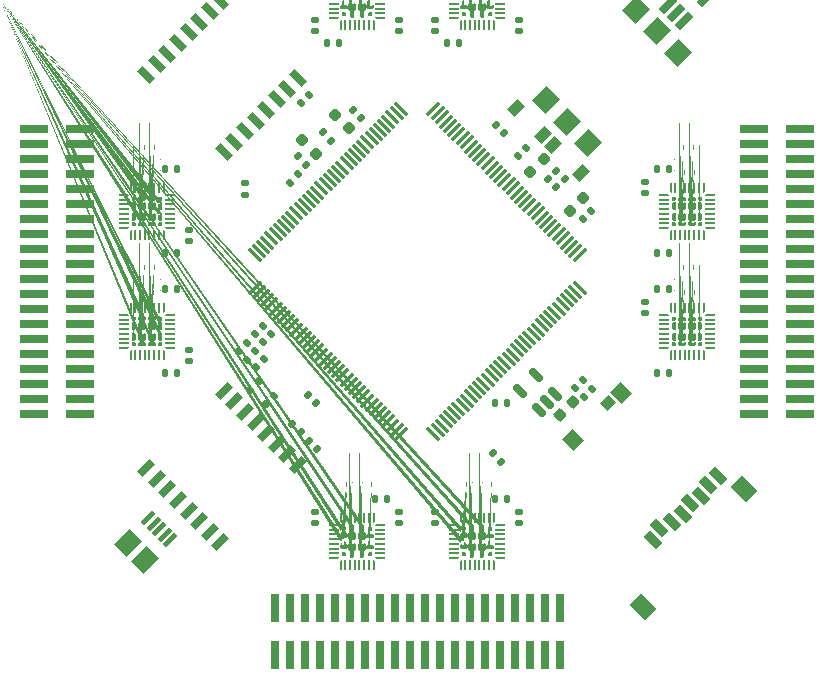
<source format=gbr>
G04 #@! TF.GenerationSoftware,KiCad,Pcbnew,5.99.0-unknown-243631a095~131~ubuntu18.04.1*
G04 #@! TF.CreationDate,2021-09-04T20:13:21+03:00*
G04 #@! TF.ProjectId,FreeEEG128-alpha,46726565-4545-4473-9132-382d616c7068,rev?*
G04 #@! TF.SameCoordinates,Original*
G04 #@! TF.FileFunction,Paste,Bot*
G04 #@! TF.FilePolarity,Positive*
%FSLAX46Y46*%
G04 Gerber Fmt 4.6, Leading zero omitted, Abs format (unit mm)*
G04 Created by KiCad (PCBNEW 5.99.0-unknown-243631a095~131~ubuntu18.04.1) date 2021-09-04 20:13:21*
%MOMM*%
%LPD*%
G01*
G04 APERTURE LIST*
G04 Aperture macros list*
%AMRoundRect*
0 Rectangle with rounded corners*
0 $1 Rounding radius*
0 $2 $3 $4 $5 $6 $7 $8 $9 X,Y pos of 4 corners*
0 Add a 4 corners polygon primitive as box body*
4,1,4,$2,$3,$4,$5,$6,$7,$8,$9,$2,$3,0*
0 Add four circle primitives for the rounded corners*
1,1,$1+$1,$2,$3*
1,1,$1+$1,$4,$5*
1,1,$1+$1,$6,$7*
1,1,$1+$1,$8,$9*
0 Add four rect primitives between the rounded corners*
20,1,$1+$1,$2,$3,$4,$5,0*
20,1,$1+$1,$4,$5,$6,$7,0*
20,1,$1+$1,$6,$7,$8,$9,0*
20,1,$1+$1,$8,$9,$2,$3,0*%
%AMRotRect*
0 Rectangle, with rotation*
0 The origin of the aperture is its center*
0 $1 length*
0 $2 width*
0 $3 Rotation angle, in degrees counterclockwise*
0 Add horizontal line*
21,1,$1,$2,0,0,$3*%
%AMFreePoly0*
4,1,51,0.155869,0.189091,0.163498,0.190299,0.183473,0.180121,0.204796,0.173193,0.209336,0.166944,0.216219,0.163437,0.314605,0.065053,0.318113,0.058169,0.324361,0.053629,0.331288,0.032309,0.341467,0.012332,0.340259,0.004702,0.342646,-0.002645,0.342646,-0.095739,0.337960,-0.110161,0.337960,-0.125324,0.329047,-0.137592,0.324361,-0.152013,0.312094,-0.160926,0.303181,-0.173193,
0.288760,-0.177879,0.276492,-0.186792,0.261329,-0.186792,0.246907,-0.191478,-0.246907,-0.191478,-0.261329,-0.186792,-0.276492,-0.186792,-0.288760,-0.177879,-0.303181,-0.173193,-0.312094,-0.160926,-0.324361,-0.152013,-0.329047,-0.137592,-0.337960,-0.125324,-0.337960,-0.110161,-0.342646,-0.095739,-0.342646,-0.002645,-0.340259,0.004702,-0.341467,0.012332,-0.331289,0.032307,-0.324361,0.053629,
-0.318111,0.058170,-0.314604,0.065053,-0.216219,0.163437,-0.209336,0.166944,-0.204796,0.173193,-0.183473,0.180121,-0.163498,0.190299,-0.155869,0.189091,-0.148522,0.191478,0.148522,0.191478,0.155869,0.189091,0.155869,0.189091,$1*%
%AMFreePoly1*
4,1,48,0.110161,0.186792,0.125324,0.186792,0.137592,0.177879,0.152013,0.173193,0.160926,0.160926,0.173193,0.152013,0.177879,0.137592,0.186792,0.125324,0.186792,0.110161,0.191478,0.095739,0.191478,-0.095739,0.186792,-0.110161,0.186792,-0.125324,0.177879,-0.137592,0.173193,-0.152013,0.160926,-0.160926,0.152013,-0.173193,0.137592,-0.177879,0.125324,-0.186792,0.110161,-0.186792,
0.095739,-0.191478,0.038978,-0.191478,0.031631,-0.189091,0.024002,-0.190299,0.004027,-0.180121,-0.017296,-0.173193,-0.021836,-0.166944,-0.028719,-0.163437,-0.163437,-0.028720,-0.166945,-0.021836,-0.173193,-0.017296,-0.180120,0.004024,-0.190299,0.024001,-0.189091,0.031631,-0.191478,0.038978,-0.191478,0.095739,-0.186792,0.110161,-0.186792,0.125324,-0.177879,0.137592,-0.173193,0.152013,
-0.160926,0.160926,-0.152013,0.173193,-0.137592,0.177879,-0.125324,0.186792,-0.110161,0.186792,-0.095739,0.191478,0.095739,0.191478,0.110161,0.186792,0.110161,0.186792,$1*%
%AMFreePoly2*
4,1,57,0.195015,0.341746,0.197191,0.342329,0.200525,0.340774,0.218481,0.337608,0.232451,0.325886,0.248978,0.318179,0.318179,0.248978,0.321152,0.244733,0.323103,0.243606,0.324361,0.240149,0.334819,0.225214,0.336409,0.207049,0.342646,0.189911,0.342646,-0.189911,0.341746,-0.195015,0.342329,-0.197191,0.340774,-0.200525,0.337608,-0.218481,0.325886,-0.232451,0.318179,-0.248978,
0.248978,-0.318179,0.244733,-0.321152,0.243606,-0.323103,0.240149,-0.324361,0.225214,-0.334819,0.207049,-0.336409,0.189911,-0.342646,-0.189911,-0.342646,-0.195015,-0.341746,-0.197191,-0.342329,-0.200525,-0.340774,-0.218481,-0.337608,-0.232451,-0.325886,-0.248978,-0.318179,-0.318179,-0.248978,-0.321152,-0.244733,-0.323103,-0.243606,-0.324361,-0.240149,-0.334819,-0.225214,-0.336409,-0.207049,
-0.342646,-0.189911,-0.342646,0.189911,-0.341746,0.195015,-0.342329,0.197191,-0.340774,0.200525,-0.337608,0.218481,-0.325886,0.232451,-0.318179,0.248978,-0.248978,0.318179,-0.244733,0.321152,-0.243606,0.323103,-0.240149,0.324361,-0.225214,0.334819,-0.207049,0.336409,-0.189911,0.342646,0.189911,0.342646,0.195015,0.341746,0.195015,0.341746,$1*%
%AMFreePoly3*
4,1,51,0.261329,0.186792,0.276492,0.186792,0.288760,0.177879,0.303181,0.173193,0.312094,0.160926,0.324361,0.152013,0.329047,0.137592,0.337960,0.125324,0.337960,0.110161,0.342646,0.095739,0.342646,0.002645,0.340259,-0.004702,0.341467,-0.012332,0.331288,-0.032309,0.324361,-0.053629,0.318113,-0.058169,0.314605,-0.065053,0.216219,-0.163437,0.209336,-0.166944,0.204796,-0.173193,
0.183473,-0.180121,0.163498,-0.190299,0.155869,-0.189091,0.148522,-0.191478,-0.148522,-0.191478,-0.155869,-0.189091,-0.163498,-0.190299,-0.183473,-0.180121,-0.204796,-0.173193,-0.209336,-0.166944,-0.216219,-0.163437,-0.314604,-0.065053,-0.318111,-0.058170,-0.324361,-0.053629,-0.331289,-0.032307,-0.341467,-0.012332,-0.340259,-0.004702,-0.342646,0.002645,-0.342646,0.095739,-0.337960,0.110161,
-0.337960,0.125324,-0.329047,0.137592,-0.324361,0.152013,-0.312094,0.160926,-0.303181,0.173193,-0.288760,0.177879,-0.276492,0.186792,-0.261329,0.186792,-0.246907,0.191478,0.246907,0.191478,0.261329,0.186792,0.261329,0.186792,$1*%
%AMFreePoly4*
4,1,48,-0.031631,0.189091,-0.024001,0.190299,-0.004024,0.180120,0.017296,0.173193,0.021836,0.166945,0.028720,0.163437,0.163437,0.028719,0.166944,0.021836,0.173193,0.017296,0.180121,-0.004027,0.190299,-0.024002,0.189091,-0.031631,0.191478,-0.038978,0.191478,-0.095739,0.186792,-0.110161,0.186792,-0.125324,0.177879,-0.137592,0.173193,-0.152013,0.160926,-0.160926,0.152013,-0.173193,
0.137592,-0.177879,0.125324,-0.186792,0.110161,-0.186792,0.095739,-0.191478,-0.095739,-0.191478,-0.110161,-0.186792,-0.125324,-0.186792,-0.137592,-0.177879,-0.152013,-0.173193,-0.160926,-0.160926,-0.173193,-0.152013,-0.177879,-0.137592,-0.186792,-0.125324,-0.186792,-0.110161,-0.191478,-0.095739,-0.191478,0.095739,-0.186792,0.110161,-0.186792,0.125324,-0.177879,0.137592,-0.173193,0.152013,
-0.160926,0.160926,-0.152013,0.173193,-0.137592,0.177879,-0.125324,0.186792,-0.110161,0.186792,-0.095739,0.191478,-0.038978,0.191478,-0.031631,0.189091,-0.031631,0.189091,$1*%
%AMFreePoly5*
4,1,48,0.110161,0.186792,0.125324,0.186792,0.137592,0.177879,0.152013,0.173193,0.160926,0.160926,0.173193,0.152013,0.177879,0.137592,0.186792,0.125324,0.186792,0.110161,0.191478,0.095739,0.191478,-0.095739,0.186792,-0.110161,0.186792,-0.125324,0.177879,-0.137592,0.173193,-0.152013,0.160926,-0.160926,0.152013,-0.173193,0.137592,-0.177879,0.125324,-0.186792,0.110161,-0.186792,
0.095739,-0.191478,-0.095739,-0.191478,-0.110161,-0.186792,-0.125324,-0.186792,-0.137592,-0.177879,-0.152013,-0.173193,-0.160926,-0.160926,-0.173193,-0.152013,-0.177879,-0.137592,-0.186792,-0.125324,-0.186792,-0.110161,-0.191478,-0.095739,-0.191478,-0.038978,-0.189091,-0.031631,-0.190299,-0.024001,-0.180120,-0.004024,-0.173193,0.017296,-0.166945,0.021836,-0.163437,0.028720,-0.028719,0.163437,
-0.021836,0.166944,-0.017296,0.173193,0.004027,0.180121,0.024002,0.190299,0.031631,0.189091,0.038978,0.191478,0.095739,0.191478,0.110161,0.186792,0.110161,0.186792,$1*%
%AMFreePoly6*
4,1,51,0.110161,0.337960,0.125324,0.337960,0.137592,0.329047,0.152013,0.324361,0.160926,0.312094,0.173193,0.303181,0.177879,0.288760,0.186792,0.276492,0.186792,0.261329,0.191478,0.246907,0.191478,-0.246907,0.186792,-0.261329,0.186792,-0.276492,0.177879,-0.288760,0.173193,-0.303181,0.160926,-0.312094,0.152013,-0.324361,0.137592,-0.329047,0.125324,-0.337960,0.110161,-0.337960,
0.095739,-0.342646,0.002645,-0.342646,-0.004702,-0.340259,-0.012332,-0.341467,-0.032309,-0.331288,-0.053629,-0.324361,-0.058169,-0.318113,-0.065053,-0.314605,-0.163437,-0.216219,-0.166944,-0.209336,-0.173193,-0.204796,-0.180121,-0.183473,-0.190299,-0.163498,-0.189091,-0.155869,-0.191478,-0.148522,-0.191478,0.148522,-0.189091,0.155869,-0.190299,0.163498,-0.180121,0.183473,-0.173193,0.204796,
-0.166944,0.209336,-0.163437,0.216219,-0.065053,0.314605,-0.058169,0.318113,-0.053629,0.324361,-0.032309,0.331288,-0.012332,0.341467,-0.004702,0.340259,0.002645,0.342646,0.095739,0.342646,0.110161,0.337960,0.110161,0.337960,$1*%
%AMFreePoly7*
4,1,51,0.004702,0.340259,0.012332,0.341467,0.032307,0.331289,0.053629,0.324361,0.058170,0.318111,0.065053,0.314604,0.163437,0.216219,0.166944,0.209336,0.173193,0.204796,0.180121,0.183473,0.190299,0.163498,0.189091,0.155869,0.191478,0.148522,0.191478,-0.148522,0.189091,-0.155869,0.190299,-0.163498,0.180121,-0.183473,0.173193,-0.204796,0.166944,-0.209336,0.163437,-0.216219,
0.065053,-0.314604,0.058170,-0.318111,0.053629,-0.324361,0.032307,-0.331289,0.012332,-0.341467,0.004702,-0.340259,-0.002645,-0.342646,-0.095739,-0.342646,-0.110161,-0.337960,-0.125324,-0.337960,-0.137592,-0.329047,-0.152013,-0.324361,-0.160926,-0.312094,-0.173193,-0.303181,-0.177879,-0.288760,-0.186792,-0.276492,-0.186792,-0.261329,-0.191478,-0.246907,-0.191478,0.246907,-0.186792,0.261329,
-0.186792,0.276492,-0.177879,0.288760,-0.173193,0.303181,-0.160926,0.312094,-0.152013,0.324361,-0.137592,0.329047,-0.125324,0.337960,-0.110161,0.337960,-0.095739,0.342646,-0.002645,0.342646,0.004702,0.340259,0.004702,0.340259,$1*%
%AMFreePoly8*
4,1,48,0.110161,0.186792,0.125324,0.186792,0.137592,0.177879,0.152013,0.173193,0.160926,0.160926,0.173193,0.152013,0.177879,0.137592,0.186792,0.125324,0.186792,0.110161,0.191478,0.095739,0.191478,0.038978,0.189091,0.031631,0.190299,0.024002,0.180121,0.004027,0.173193,-0.017296,0.166944,-0.021836,0.163437,-0.028719,0.028720,-0.163437,0.021836,-0.166945,0.017296,-0.173193,
-0.004024,-0.180120,-0.024001,-0.190299,-0.031631,-0.189091,-0.038978,-0.191478,-0.095739,-0.191478,-0.110161,-0.186792,-0.125324,-0.186792,-0.137592,-0.177879,-0.152013,-0.173193,-0.160926,-0.160926,-0.173193,-0.152013,-0.177879,-0.137592,-0.186792,-0.125324,-0.186792,-0.110161,-0.191478,-0.095739,-0.191478,0.095739,-0.186792,0.110161,-0.186792,0.125324,-0.177879,0.137592,-0.173193,0.152013,
-0.160926,0.160926,-0.152013,0.173193,-0.137592,0.177879,-0.125324,0.186792,-0.110161,0.186792,-0.095739,0.191478,0.095739,0.191478,0.110161,0.186792,0.110161,0.186792,$1*%
%AMFreePoly9*
4,1,15,0.385355,0.085355,0.400000,0.050000,0.400000,0.020711,0.397487,0.014645,0.385355,-0.014645,0.314644,-0.085355,0.279289,-0.100000,-0.350000,-0.100000,-0.385355,-0.085355,-0.400000,-0.050000,-0.400000,0.050000,-0.385355,0.085355,-0.350000,0.100000,0.350000,0.100000,0.385355,0.085355,0.385355,0.085355,$1*%
%AMFreePoly10*
4,1,15,0.314644,0.085355,0.385355,0.014645,0.385355,0.014644,0.400000,-0.020711,0.400000,-0.050000,0.385355,-0.085355,0.350000,-0.100000,-0.350000,-0.100000,-0.385355,-0.085355,-0.400000,-0.050000,-0.400000,0.050000,-0.385355,0.085355,-0.350000,0.100000,0.279289,0.100000,0.314644,0.085355,0.314644,0.085355,$1*%
%AMFreePoly11*
4,1,15,0.085355,0.385355,0.100000,0.350000,0.100000,-0.350000,0.085355,-0.385355,0.050000,-0.400000,0.020711,-0.400000,-0.004289,-0.389644,-0.014645,-0.385355,-0.085355,-0.314644,-0.100000,-0.279289,-0.100000,0.350000,-0.085355,0.385355,-0.050000,0.400000,0.050000,0.400000,0.085355,0.385355,0.085355,0.385355,$1*%
%AMFreePoly12*
4,1,15,0.085355,0.385355,0.100000,0.350000,0.100000,-0.279289,0.091421,-0.300000,0.085355,-0.314645,0.014644,-0.385355,-0.020711,-0.400000,-0.050000,-0.400000,-0.085355,-0.385355,-0.100000,-0.350000,-0.100000,0.350000,-0.085355,0.385355,-0.050000,0.400000,0.050000,0.400000,0.085355,0.385355,0.085355,0.385355,$1*%
%AMFreePoly13*
4,1,15,0.385355,0.085355,0.400000,0.050000,0.400000,-0.050000,0.385355,-0.085355,0.350000,-0.100000,-0.350000,-0.100000,-0.385355,-0.085355,-0.400000,-0.050000,-0.400000,-0.020711,-0.385355,0.014644,-0.314645,0.085355,-0.304289,0.089644,-0.279289,0.100000,0.350000,0.100000,0.385355,0.085355,0.385355,0.085355,$1*%
%AMFreePoly14*
4,1,15,0.385355,0.085355,0.400000,0.050000,0.400000,-0.050000,0.385355,-0.085355,0.350000,-0.100000,-0.279289,-0.100000,-0.304289,-0.089644,-0.314645,-0.085355,-0.385355,-0.014644,-0.400000,0.020711,-0.400000,0.050000,-0.385355,0.085355,-0.350000,0.100000,0.350000,0.100000,0.385355,0.085355,0.385355,0.085355,$1*%
%AMFreePoly15*
4,1,15,0.014644,0.385355,0.085355,0.314645,0.085355,0.314644,0.100000,0.279289,0.100000,-0.350000,0.085355,-0.385355,0.050000,-0.400000,-0.050000,-0.400000,-0.085355,-0.385355,-0.100000,-0.350000,-0.100000,0.350000,-0.085355,0.385355,-0.050000,0.400000,-0.020711,0.400000,0.014644,0.385355,0.014644,0.385355,$1*%
%AMFreePoly16*
4,1,15,0.085355,0.385355,0.100000,0.350000,0.100000,-0.350000,0.085355,-0.385355,0.050000,-0.400000,-0.050000,-0.400000,-0.085355,-0.385355,-0.100000,-0.350000,-0.100000,0.279289,-0.085355,0.314644,-0.014645,0.385355,-0.004289,0.389644,0.020711,0.400000,0.050000,0.400000,0.085355,0.385355,0.085355,0.385355,$1*%
G04 Aperture macros list end*
%ADD10RotRect,1.560000X0.650000X45.000000*%
%ADD11RoundRect,0.147500X-0.017678X0.226274X-0.226274X0.017678X0.017678X-0.226274X0.226274X-0.017678X0*%
%ADD12RoundRect,0.218750X0.335876X0.026517X0.026517X0.335876X-0.335876X-0.026517X-0.026517X-0.335876X0*%
%ADD13RoundRect,0.147500X0.017678X-0.226274X0.226274X-0.017678X-0.017678X0.226274X-0.226274X0.017678X0*%
%ADD14RoundRect,0.147500X0.226274X0.017678X0.017678X0.226274X-0.226274X-0.017678X-0.017678X-0.226274X0*%
%ADD15RotRect,1.550000X0.300000X45.000000*%
%ADD16RotRect,1.550000X0.300000X315.000000*%
%ADD17RotRect,1.500000X0.600000X45.000000*%
%ADD18RotRect,0.900000X1.200000X315.000000*%
%ADD19RoundRect,0.147500X-0.226274X-0.017678X-0.017678X-0.226274X0.226274X0.017678X0.017678X0.226274X0*%
%ADD20RoundRect,0.218750X-0.026517X0.335876X-0.335876X0.026517X0.026517X-0.335876X0.335876X-0.026517X0*%
%ADD21RotRect,1.500000X0.600000X135.000000*%
%ADD22RotRect,0.400000X1.350000X135.000000*%
%ADD23RotRect,1.500000X1.900000X135.000000*%
%ADD24RotRect,1.400000X1.900000X225.000000*%
%ADD25RotRect,1.300000X1.400000X225.000000*%
%ADD26RotRect,0.800000X1.500000X225.000000*%
%ADD27RotRect,1.000000X0.950000X225.000000*%
%ADD28RotRect,0.900000X1.200000X135.000000*%
%ADD29RoundRect,0.147500X-0.147500X-0.172500X0.147500X-0.172500X0.147500X0.172500X-0.147500X0.172500X0*%
%ADD30RoundRect,0.147500X0.172500X-0.147500X0.172500X0.147500X-0.172500X0.147500X-0.172500X-0.147500X0*%
%ADD31RoundRect,0.218750X0.026517X-0.335876X0.335876X-0.026517X-0.026517X0.335876X-0.335876X0.026517X0*%
%ADD32RotRect,1.700000X1.600000X225.000000*%
%ADD33FreePoly0,90.000000*%
%ADD34FreePoly1,90.000000*%
%ADD35FreePoly2,90.000000*%
%ADD36FreePoly3,90.000000*%
%ADD37FreePoly4,90.000000*%
%ADD38FreePoly5,90.000000*%
%ADD39FreePoly6,90.000000*%
%ADD40FreePoly7,90.000000*%
%ADD41FreePoly8,90.000000*%
%ADD42FreePoly9,90.000000*%
%ADD43RoundRect,0.050000X0.050000X-0.350000X0.050000X0.350000X-0.050000X0.350000X-0.050000X-0.350000X0*%
%ADD44FreePoly10,90.000000*%
%ADD45FreePoly11,90.000000*%
%ADD46RoundRect,0.050000X0.350000X-0.050000X0.350000X0.050000X-0.350000X0.050000X-0.350000X-0.050000X0*%
%ADD47FreePoly12,90.000000*%
%ADD48FreePoly13,90.000000*%
%ADD49FreePoly14,90.000000*%
%ADD50FreePoly15,90.000000*%
%ADD51FreePoly16,90.000000*%
%ADD52FreePoly2,0.000000*%
%ADD53FreePoly6,0.000000*%
%ADD54FreePoly0,0.000000*%
%ADD55FreePoly3,0.000000*%
%ADD56FreePoly7,0.000000*%
%ADD57FreePoly8,0.000000*%
%ADD58FreePoly4,0.000000*%
%ADD59FreePoly5,0.000000*%
%ADD60FreePoly1,0.000000*%
%ADD61FreePoly9,0.000000*%
%ADD62RoundRect,0.050000X-0.350000X-0.050000X0.350000X-0.050000X0.350000X0.050000X-0.350000X0.050000X0*%
%ADD63FreePoly10,0.000000*%
%ADD64FreePoly11,0.000000*%
%ADD65RoundRect,0.050000X-0.050000X-0.350000X0.050000X-0.350000X0.050000X0.350000X-0.050000X0.350000X0*%
%ADD66FreePoly12,0.000000*%
%ADD67FreePoly13,0.000000*%
%ADD68FreePoly14,0.000000*%
%ADD69FreePoly15,0.000000*%
%ADD70FreePoly16,0.000000*%
%ADD71RoundRect,0.140000X-0.140000X-0.170000X0.140000X-0.170000X0.140000X0.170000X-0.140000X0.170000X0*%
%ADD72RoundRect,0.140000X0.140000X0.170000X-0.140000X0.170000X-0.140000X-0.170000X0.140000X-0.170000X0*%
%ADD73RoundRect,0.140000X-0.170000X0.140000X-0.170000X-0.140000X0.170000X-0.140000X0.170000X0.140000X0*%
%ADD74RoundRect,0.140000X0.170000X-0.140000X0.170000X0.140000X-0.170000X0.140000X-0.170000X-0.140000X0*%
%ADD75FreePoly2,270.000000*%
%ADD76FreePoly6,270.000000*%
%ADD77FreePoly0,270.000000*%
%ADD78FreePoly3,270.000000*%
%ADD79FreePoly1,270.000000*%
%ADD80FreePoly5,270.000000*%
%ADD81FreePoly4,270.000000*%
%ADD82FreePoly8,270.000000*%
%ADD83FreePoly7,270.000000*%
%ADD84FreePoly9,270.000000*%
%ADD85RoundRect,0.050000X-0.050000X0.350000X-0.050000X-0.350000X0.050000X-0.350000X0.050000X0.350000X0*%
%ADD86FreePoly10,270.000000*%
%ADD87FreePoly11,270.000000*%
%ADD88RoundRect,0.050000X-0.350000X0.050000X-0.350000X-0.050000X0.350000X-0.050000X0.350000X0.050000X0*%
%ADD89FreePoly12,270.000000*%
%ADD90FreePoly13,270.000000*%
%ADD91FreePoly14,270.000000*%
%ADD92FreePoly15,270.000000*%
%ADD93FreePoly16,270.000000*%
%ADD94FreePoly7,180.000000*%
%ADD95FreePoly2,180.000000*%
%ADD96FreePoly4,180.000000*%
%ADD97FreePoly0,180.000000*%
%ADD98FreePoly6,180.000000*%
%ADD99FreePoly3,180.000000*%
%ADD100FreePoly1,180.000000*%
%ADD101FreePoly5,180.000000*%
%ADD102FreePoly8,180.000000*%
%ADD103FreePoly9,180.000000*%
%ADD104RoundRect,0.050000X0.350000X0.050000X-0.350000X0.050000X-0.350000X-0.050000X0.350000X-0.050000X0*%
%ADD105FreePoly10,180.000000*%
%ADD106FreePoly11,180.000000*%
%ADD107RoundRect,0.050000X0.050000X0.350000X-0.050000X0.350000X-0.050000X-0.350000X0.050000X-0.350000X0*%
%ADD108FreePoly12,180.000000*%
%ADD109FreePoly13,180.000000*%
%ADD110FreePoly14,180.000000*%
%ADD111FreePoly15,180.000000*%
%ADD112FreePoly16,180.000000*%
%ADD113RoundRect,0.225000X-0.017678X0.335876X-0.335876X0.017678X0.017678X-0.335876X0.335876X-0.017678X0*%
%ADD114R,0.740000X2.400000*%
%ADD115R,2.400000X0.740000*%
%ADD116RoundRect,0.150000X0.468458X-0.256326X-0.256326X0.468458X-0.468458X0.256326X0.256326X-0.468458X0*%
G04 APERTURE END LIST*
D10*
X22577157Y21214910D03*
X21905406Y21886662D03*
X21233654Y22558413D03*
X23142843Y24467602D03*
X23814594Y23795850D03*
X24486346Y23124099D03*
D11*
X-14389053Y-6083253D03*
X-15074947Y-6769147D03*
D12*
X-8587153Y9984153D03*
X-9700847Y11097847D03*
D13*
X14160453Y-10655347D03*
X14846347Y-9969453D03*
X-13042947Y-5981747D03*
X-12357053Y-5295853D03*
D14*
X-9436053Y9055053D03*
X-10121947Y9740947D03*
D15*
X-1378858Y-13753227D03*
X-1732412Y-13399674D03*
X-2085965Y-13046120D03*
X-2439518Y-12692567D03*
X-2793072Y-12339013D03*
X-3146625Y-11985460D03*
X-3500179Y-11631907D03*
X-3853732Y-11278353D03*
X-4207285Y-10924800D03*
X-4560839Y-10571246D03*
X-4914392Y-10217693D03*
X-5267946Y-9864140D03*
X-5621499Y-9510586D03*
X-5975052Y-9157033D03*
X-6328606Y-8803479D03*
X-6682159Y-8449926D03*
X-7035712Y-8096373D03*
X-7389266Y-7742819D03*
X-7742819Y-7389266D03*
X-8096373Y-7035712D03*
X-8449926Y-6682159D03*
X-8803479Y-6328606D03*
X-9157033Y-5975052D03*
X-9510586Y-5621499D03*
X-9864140Y-5267946D03*
X-10217693Y-4914392D03*
X-10571246Y-4560839D03*
X-10924800Y-4207285D03*
X-11278353Y-3853732D03*
X-11631907Y-3500179D03*
X-11985460Y-3146625D03*
X-12339013Y-2793072D03*
X-12692567Y-2439518D03*
X-13046120Y-2085965D03*
X-13399674Y-1732412D03*
X-13753227Y-1378858D03*
D16*
X-13753227Y1378858D03*
X-13399674Y1732412D03*
X-13046120Y2085965D03*
X-12692567Y2439518D03*
X-12339013Y2793072D03*
X-11985460Y3146625D03*
X-11631907Y3500179D03*
X-11278353Y3853732D03*
X-10924800Y4207285D03*
X-10571246Y4560839D03*
X-10217693Y4914392D03*
X-9864140Y5267946D03*
X-9510586Y5621499D03*
X-9157033Y5975052D03*
X-8803479Y6328606D03*
X-8449926Y6682159D03*
X-8096373Y7035712D03*
X-7742819Y7389266D03*
X-7389266Y7742819D03*
X-7035712Y8096373D03*
X-6682159Y8449926D03*
X-6328606Y8803479D03*
X-5975052Y9157033D03*
X-5621499Y9510586D03*
X-5267946Y9864140D03*
X-4914392Y10217693D03*
X-4560839Y10571246D03*
X-4207285Y10924800D03*
X-3853732Y11278353D03*
X-3500179Y11631907D03*
X-3146625Y11985460D03*
X-2793072Y12339013D03*
X-2439518Y12692567D03*
X-2085965Y13046120D03*
X-1732412Y13399674D03*
X-1378858Y13753227D03*
D15*
X1378858Y13753227D03*
X1732412Y13399674D03*
X2085965Y13046120D03*
X2439518Y12692567D03*
X2793072Y12339013D03*
X3146625Y11985460D03*
X3500179Y11631907D03*
X3853732Y11278353D03*
X4207285Y10924800D03*
X4560839Y10571246D03*
X4914392Y10217693D03*
X5267946Y9864140D03*
X5621499Y9510586D03*
X5975052Y9157033D03*
X6328606Y8803479D03*
X6682159Y8449926D03*
X7035712Y8096373D03*
X7389266Y7742819D03*
X7742819Y7389266D03*
X8096373Y7035712D03*
X8449926Y6682159D03*
X8803479Y6328606D03*
X9157033Y5975052D03*
X9510586Y5621499D03*
X9864140Y5267946D03*
X10217693Y4914392D03*
X10571246Y4560839D03*
X10924800Y4207285D03*
X11278353Y3853732D03*
X11631907Y3500179D03*
X11985460Y3146625D03*
X12339013Y2793072D03*
X12692567Y2439518D03*
X13046120Y2085965D03*
X13399674Y1732412D03*
X13753227Y1378858D03*
D16*
X13753227Y-1378858D03*
X13399674Y-1732412D03*
X13046120Y-2085965D03*
X12692567Y-2439518D03*
X12339013Y-2793072D03*
X11985460Y-3146625D03*
X11631907Y-3500179D03*
X11278353Y-3853732D03*
X10924800Y-4207285D03*
X10571246Y-4560839D03*
X10217693Y-4914392D03*
X9864140Y-5267946D03*
X9510586Y-5621499D03*
X9157033Y-5975052D03*
X8803479Y-6328606D03*
X8449926Y-6682159D03*
X8096373Y-7035712D03*
X7742819Y-7389266D03*
X7389266Y-7742819D03*
X7035712Y-8096373D03*
X6682159Y-8449926D03*
X6328606Y-8803479D03*
X5975052Y-9157033D03*
X5621499Y-9510586D03*
X5267946Y-9864140D03*
X4914392Y-10217693D03*
X4560839Y-10571246D03*
X4207285Y-10924800D03*
X3853732Y-11278353D03*
X3500179Y-11631907D03*
X3146625Y-11985460D03*
X2793072Y-12339013D03*
X2439518Y-12692567D03*
X2085965Y-13046120D03*
X1732412Y-13399674D03*
X1378858Y-13753227D03*
D11*
X-13423853Y-9309053D03*
X-14109747Y-9994947D03*
D17*
X-16654957Y-22941136D03*
X-17552983Y-22043111D03*
X-18451008Y-21145085D03*
X-19349034Y-20247059D03*
X-20247059Y-19349034D03*
X-21145085Y-18451008D03*
X-22043111Y-17552983D03*
X-22941136Y-16654957D03*
X-16365043Y-10078864D03*
X-15467017Y-10976889D03*
X-14568992Y-11874915D03*
X-13670966Y-12772941D03*
X-12772941Y-13670966D03*
X-11874915Y-14568992D03*
X-10976889Y-15467017D03*
X-10078864Y-16365043D03*
D11*
X14731917Y5105066D03*
X14046023Y4419172D03*
D18*
X11533274Y10672982D03*
X13866726Y8339530D03*
D14*
X12484147Y7861253D03*
X11798253Y8547147D03*
D19*
X-9232947Y-10452053D03*
X-8547053Y-11137947D03*
D20*
X10716847Y9506257D03*
X9603153Y8392563D03*
D14*
X7327947Y11722053D03*
X6642053Y12407947D03*
D19*
X-10553747Y-12941253D03*
X-9867853Y-13627147D03*
D11*
X-12128453Y-10502853D03*
X-12814347Y-11188747D03*
D12*
X-5793153Y12143153D03*
X-6906847Y13256847D03*
D11*
X-13703253Y-6769053D03*
X-14389147Y-7454947D03*
D21*
X-10078864Y16365043D03*
X-10976889Y15467017D03*
X-11874915Y14568992D03*
X-12772941Y13670966D03*
X-13670966Y12772941D03*
X-14568992Y11874915D03*
X-15467017Y10976889D03*
X-16365043Y10078864D03*
X-22941136Y16654957D03*
X-22043111Y17552983D03*
X-21145085Y18451008D03*
X-20247059Y19349034D03*
X-19349034Y20247059D03*
X-18451008Y21145085D03*
X-17552983Y22043111D03*
X-16654957Y22941136D03*
D11*
X-9182053Y14947947D03*
X-9867947Y14262053D03*
D22*
X-20906618Y-22745095D03*
X-21366237Y-22285476D03*
X-21825856Y-21825856D03*
X-22285476Y-21366237D03*
X-22745095Y-20906618D03*
D23*
X-24442151Y-23027938D03*
X-23027938Y-24442151D03*
D24*
X19107710Y-28444210D03*
D25*
X13238724Y-14302074D03*
D24*
X27699058Y-18438649D03*
D25*
X17269232Y-10271565D03*
D26*
X20005736Y-22752000D03*
X20500710Y-21691340D03*
X21561371Y-21196365D03*
X22480609Y-20559969D03*
X23117006Y-19640730D03*
X24036244Y-19004334D03*
X24672640Y-18085095D03*
X25450458Y-17307278D03*
D27*
X16130791Y-11098880D03*
D19*
X6388053Y-15405053D03*
X7073947Y-16090947D03*
D14*
X-4737053Y12992053D03*
X-5422947Y13677947D03*
D28*
X10691726Y11514530D03*
X8358274Y13847982D03*
D29*
X6627000Y-11099800D03*
X7597000Y-11099800D03*
D13*
X-10756947Y7531053D03*
X-10071053Y8216947D03*
D11*
X9232947Y10488975D03*
X8547053Y9803081D03*
D14*
X11772947Y7150053D03*
X11087053Y7835947D03*
D30*
X-14605000Y6500000D03*
X-14605000Y7470000D03*
D31*
X12942105Y5094272D03*
X14055799Y6207966D03*
D11*
X-12941253Y-7404053D03*
X-13627147Y-8089947D03*
D13*
X-13703347Y-5270547D03*
X-13017453Y-4584653D03*
D19*
X-15963947Y24599947D03*
X-15278053Y23914053D03*
D14*
X-8496253Y-14998747D03*
X-9182147Y-14312853D03*
D13*
X13373053Y-9867947D03*
X14058947Y-9182053D03*
D19*
X-7962947Y11772947D03*
X-7277053Y11087053D03*
D32*
X18532325Y22124428D03*
X20328377Y20328377D03*
X22124428Y18532325D03*
X14487675Y10895572D03*
X12691623Y12691623D03*
X10895572Y14487675D03*
D33*
X-3992500Y-22435000D03*
D34*
X-6167500Y-21772500D03*
D35*
X-5505000Y-22435000D03*
D36*
X-6167500Y-23285000D03*
D37*
X-3992500Y-23947500D03*
D38*
X-3992500Y-21772500D03*
D39*
X-4655000Y-21772500D03*
D35*
X-5505000Y-23285000D03*
D40*
X-5505000Y-23947500D03*
X-4655000Y-23947500D03*
D35*
X-4655000Y-23285000D03*
X-4655000Y-22435000D03*
D41*
X-6167500Y-23947500D03*
D33*
X-3992500Y-23285000D03*
D36*
X-6167500Y-22435000D03*
D39*
X-5505000Y-21772500D03*
D42*
X-3680000Y-24810000D03*
D43*
X-4080000Y-24810000D03*
X-4480000Y-24810000D03*
X-4880000Y-24810000D03*
X-5280000Y-24810000D03*
X-5680000Y-24810000D03*
X-6080000Y-24810000D03*
D44*
X-6480000Y-24810000D03*
D45*
X-7030000Y-24260000D03*
D46*
X-7030000Y-23860000D03*
X-7030000Y-23460000D03*
X-7030000Y-23060000D03*
X-7030000Y-22660000D03*
X-7030000Y-22260000D03*
X-7030000Y-21860000D03*
D47*
X-7030000Y-21460000D03*
D48*
X-6480000Y-20910000D03*
D43*
X-6080000Y-20910000D03*
X-5680000Y-20910000D03*
X-5280000Y-20910000D03*
X-4880000Y-20910000D03*
X-4480000Y-20910000D03*
X-4080000Y-20910000D03*
D49*
X-3680000Y-20910000D03*
D50*
X-3130000Y-21460000D03*
D46*
X-3130000Y-21860000D03*
X-3130000Y-22260000D03*
X-3130000Y-22660000D03*
X-3130000Y-23060000D03*
X-3130000Y-23460000D03*
X-3130000Y-23860000D03*
D51*
X-3130000Y-24260000D03*
D52*
X-22435000Y5505000D03*
D53*
X-21772500Y5505000D03*
D52*
X-22435000Y4655000D03*
D54*
X-23285000Y3992500D03*
D55*
X-22435000Y6167500D03*
D52*
X-23285000Y4655000D03*
D56*
X-23947500Y5505000D03*
D57*
X-23947500Y6167500D03*
D56*
X-23947500Y4655000D03*
D58*
X-23947500Y3992500D03*
D54*
X-22435000Y3992500D03*
D59*
X-21772500Y3992500D03*
D52*
X-23285000Y5505000D03*
D55*
X-23285000Y6167500D03*
D60*
X-21772500Y6167500D03*
D53*
X-21772500Y4655000D03*
D61*
X-24810000Y3680000D03*
D62*
X-24810000Y4080000D03*
X-24810000Y4480000D03*
X-24810000Y4880000D03*
X-24810000Y5280000D03*
X-24810000Y5680000D03*
X-24810000Y6080000D03*
D63*
X-24810000Y6480000D03*
D64*
X-24260000Y7030000D03*
D65*
X-23860000Y7030000D03*
X-23460000Y7030000D03*
X-23060000Y7030000D03*
X-22660000Y7030000D03*
X-22260000Y7030000D03*
X-21860000Y7030000D03*
D66*
X-21460000Y7030000D03*
D67*
X-20910000Y6480000D03*
D62*
X-20910000Y6080000D03*
X-20910000Y5680000D03*
X-20910000Y5280000D03*
X-20910000Y4880000D03*
X-20910000Y4480000D03*
X-20910000Y4080000D03*
D68*
X-20910000Y3680000D03*
D69*
X-21460000Y3130000D03*
D65*
X-21860000Y3130000D03*
X-22260000Y3130000D03*
X-22660000Y3130000D03*
X-23060000Y3130000D03*
X-23460000Y3130000D03*
X-23860000Y3130000D03*
D70*
X-24260000Y3130000D03*
D71*
X-21308000Y8636000D03*
X-20348000Y8636000D03*
D72*
X21308000Y-8636000D03*
X20348000Y-8636000D03*
D73*
X-8636000Y21308000D03*
X-8636000Y20348000D03*
D74*
X19304000Y-3528000D03*
X19304000Y-2568000D03*
D71*
X-3528000Y-19304000D03*
X-2568000Y-19304000D03*
D75*
X-4655000Y22435000D03*
X-5505000Y22435000D03*
D76*
X-5505000Y21772500D03*
D77*
X-6167500Y23285000D03*
D76*
X-4655000Y21772500D03*
D78*
X-3992500Y22435000D03*
D75*
X-5505000Y23285000D03*
D78*
X-3992500Y23285000D03*
D79*
X-3992500Y21772500D03*
D75*
X-4655000Y23285000D03*
D80*
X-6167500Y21772500D03*
D77*
X-6167500Y22435000D03*
D81*
X-6167500Y23947500D03*
D82*
X-3992500Y23947500D03*
D83*
X-5505000Y23947500D03*
X-4655000Y23947500D03*
D84*
X-6480000Y24810000D03*
D85*
X-6080000Y24810000D03*
X-5680000Y24810000D03*
X-5280000Y24810000D03*
X-4880000Y24810000D03*
X-4480000Y24810000D03*
X-4080000Y24810000D03*
D86*
X-3680000Y24810000D03*
D87*
X-3130000Y24260000D03*
D88*
X-3130000Y23860000D03*
X-3130000Y23460000D03*
X-3130000Y23060000D03*
X-3130000Y22660000D03*
X-3130000Y22260000D03*
X-3130000Y21860000D03*
D89*
X-3130000Y21460000D03*
D90*
X-3680000Y20910000D03*
D85*
X-4080000Y20910000D03*
X-4480000Y20910000D03*
X-4880000Y20910000D03*
X-5280000Y20910000D03*
X-5680000Y20910000D03*
X-6080000Y20910000D03*
D91*
X-6480000Y20910000D03*
D92*
X-7030000Y21460000D03*
D88*
X-7030000Y21860000D03*
X-7030000Y22260000D03*
X-7030000Y22660000D03*
X-7030000Y23060000D03*
X-7030000Y23460000D03*
X-7030000Y23860000D03*
D93*
X-7030000Y24260000D03*
D73*
X1524000Y21308000D03*
X1524000Y20348000D03*
D72*
X3528000Y19304000D03*
X2568000Y19304000D03*
D94*
X23947500Y4655000D03*
D95*
X22435000Y4655000D03*
D96*
X23947500Y6167500D03*
D97*
X23285000Y6167500D03*
D95*
X22435000Y5505000D03*
D98*
X21772500Y4655000D03*
D95*
X23285000Y4655000D03*
D99*
X22435000Y3992500D03*
D98*
X21772500Y5505000D03*
D99*
X23285000Y3992500D03*
D100*
X21772500Y3992500D03*
D94*
X23947500Y5505000D03*
D101*
X21772500Y6167500D03*
D102*
X23947500Y3992500D03*
D97*
X22435000Y6167500D03*
D95*
X23285000Y5505000D03*
D103*
X24810000Y6480000D03*
D104*
X24810000Y6080000D03*
X24810000Y5680000D03*
X24810000Y5280000D03*
X24810000Y4880000D03*
X24810000Y4480000D03*
X24810000Y4080000D03*
D105*
X24810000Y3680000D03*
D106*
X24260000Y3130000D03*
D107*
X23860000Y3130000D03*
X23460000Y3130000D03*
X23060000Y3130000D03*
X22660000Y3130000D03*
X22260000Y3130000D03*
X21860000Y3130000D03*
D108*
X21460000Y3130000D03*
D109*
X20910000Y3680000D03*
D104*
X20910000Y4080000D03*
X20910000Y4480000D03*
X20910000Y4880000D03*
X20910000Y5280000D03*
X20910000Y5680000D03*
X20910000Y6080000D03*
D110*
X20910000Y6480000D03*
D111*
X21460000Y7030000D03*
D107*
X21860000Y7030000D03*
X22260000Y7030000D03*
X22660000Y7030000D03*
X23060000Y7030000D03*
X23460000Y7030000D03*
X23860000Y7030000D03*
D112*
X24260000Y7030000D03*
D71*
X-21308000Y1524000D03*
X-20348000Y1524000D03*
D72*
X21308000Y-1524000D03*
X20348000Y-1524000D03*
D73*
X-1524000Y21308000D03*
X-1524000Y20348000D03*
D72*
X21308000Y8636000D03*
X20348000Y8636000D03*
D74*
X1524000Y-21308000D03*
X1524000Y-20348000D03*
X-1524000Y-21308000D03*
X-1524000Y-20348000D03*
D57*
X-23947500Y-3992500D03*
D52*
X-23285000Y-5505000D03*
X-23285000Y-4655000D03*
D55*
X-23285000Y-3992500D03*
D53*
X-21772500Y-5505000D03*
D59*
X-21772500Y-6167500D03*
D56*
X-23947500Y-5505000D03*
D60*
X-21772500Y-3992500D03*
D55*
X-22435000Y-3992500D03*
D56*
X-23947500Y-4655000D03*
D52*
X-22435000Y-4655000D03*
D54*
X-23285000Y-6167500D03*
X-22435000Y-6167500D03*
D53*
X-21772500Y-4655000D03*
D52*
X-22435000Y-5505000D03*
D58*
X-23947500Y-6167500D03*
D61*
X-24810000Y-6480000D03*
D62*
X-24810000Y-6080000D03*
X-24810000Y-5680000D03*
X-24810000Y-5280000D03*
X-24810000Y-4880000D03*
X-24810000Y-4480000D03*
X-24810000Y-4080000D03*
D63*
X-24810000Y-3680000D03*
D64*
X-24260000Y-3130000D03*
D65*
X-23860000Y-3130000D03*
X-23460000Y-3130000D03*
X-23060000Y-3130000D03*
X-22660000Y-3130000D03*
X-22260000Y-3130000D03*
X-21860000Y-3130000D03*
D66*
X-21460000Y-3130000D03*
D67*
X-20910000Y-3680000D03*
D62*
X-20910000Y-4080000D03*
X-20910000Y-4480000D03*
X-20910000Y-4880000D03*
X-20910000Y-5280000D03*
X-20910000Y-5680000D03*
X-20910000Y-6080000D03*
D68*
X-20910000Y-6480000D03*
D69*
X-21460000Y-7030000D03*
D65*
X-21860000Y-7030000D03*
X-22260000Y-7030000D03*
X-22660000Y-7030000D03*
X-23060000Y-7030000D03*
X-23460000Y-7030000D03*
X-23860000Y-7030000D03*
D70*
X-24260000Y-7030000D03*
D81*
X3992500Y23947500D03*
D75*
X5505000Y23285000D03*
X5505000Y22435000D03*
D78*
X6167500Y22435000D03*
D76*
X4655000Y21772500D03*
X5505000Y21772500D03*
D82*
X6167500Y23947500D03*
D77*
X3992500Y22435000D03*
D75*
X4655000Y22435000D03*
D83*
X4655000Y23947500D03*
D77*
X3992500Y23285000D03*
D80*
X3992500Y21772500D03*
D75*
X4655000Y23285000D03*
D79*
X6167500Y21772500D03*
D78*
X6167500Y23285000D03*
D83*
X5505000Y23947500D03*
D84*
X3680000Y24810000D03*
D85*
X4080000Y24810000D03*
X4480000Y24810000D03*
X4880000Y24810000D03*
X5280000Y24810000D03*
X5680000Y24810000D03*
X6080000Y24810000D03*
D86*
X6480000Y24810000D03*
D87*
X7030000Y24260000D03*
D88*
X7030000Y23860000D03*
X7030000Y23460000D03*
X7030000Y23060000D03*
X7030000Y22660000D03*
X7030000Y22260000D03*
X7030000Y21860000D03*
D89*
X7030000Y21460000D03*
D90*
X6480000Y20910000D03*
D85*
X6080000Y20910000D03*
X5680000Y20910000D03*
X5280000Y20910000D03*
X4880000Y20910000D03*
X4480000Y20910000D03*
X4080000Y20910000D03*
D91*
X3680000Y20910000D03*
D92*
X3130000Y21460000D03*
D88*
X3130000Y21860000D03*
X3130000Y22260000D03*
X3130000Y22660000D03*
X3130000Y23060000D03*
X3130000Y23460000D03*
X3130000Y23860000D03*
D93*
X3130000Y24260000D03*
D74*
X-8636000Y-21308000D03*
X-8636000Y-20348000D03*
D113*
X13197208Y-11059792D03*
X12101192Y-12155808D03*
D114*
X12065000Y28530000D03*
X12065000Y32430000D03*
X10795000Y28530000D03*
X10795000Y32430000D03*
X9525000Y28530000D03*
X9525000Y32430000D03*
X8255000Y28530000D03*
X8255000Y32430000D03*
X6985000Y28530000D03*
X6985000Y32430000D03*
X5715000Y28530000D03*
X5715000Y32430000D03*
X4445000Y28530000D03*
X4445000Y32430000D03*
X3175000Y28530000D03*
X3175000Y32430000D03*
X1905000Y28530000D03*
X1905000Y32430000D03*
X635000Y28530000D03*
X635000Y32430000D03*
X-635000Y28530000D03*
X-635000Y32430000D03*
X-1905000Y28530000D03*
X-1905000Y32430000D03*
X-3175000Y28530000D03*
X-3175000Y32430000D03*
X-4445000Y28530000D03*
X-4445000Y32430000D03*
X-5715000Y28530000D03*
X-5715000Y32430000D03*
X-6985000Y28530000D03*
X-6985000Y32430000D03*
X-8255000Y28530000D03*
X-8255000Y32430000D03*
X-9525000Y28530000D03*
X-9525000Y32430000D03*
X-10795000Y28530000D03*
X-10795000Y32430000D03*
X-12065000Y28530000D03*
X-12065000Y32430000D03*
D38*
X6167500Y-21772500D03*
D39*
X5505000Y-21772500D03*
D33*
X6167500Y-23285000D03*
D37*
X6167500Y-23947500D03*
D40*
X5505000Y-23947500D03*
D35*
X5505000Y-23285000D03*
D34*
X3992500Y-21772500D03*
D35*
X4655000Y-23285000D03*
D36*
X3992500Y-23285000D03*
D39*
X4655000Y-21772500D03*
D41*
X3992500Y-23947500D03*
D36*
X3992500Y-22435000D03*
D35*
X5505000Y-22435000D03*
X4655000Y-22435000D03*
D33*
X6167500Y-22435000D03*
D40*
X4655000Y-23947500D03*
D42*
X6480000Y-24810000D03*
D43*
X6080000Y-24810000D03*
X5680000Y-24810000D03*
X5280000Y-24810000D03*
X4880000Y-24810000D03*
X4480000Y-24810000D03*
X4080000Y-24810000D03*
D44*
X3680000Y-24810000D03*
D45*
X3130000Y-24260000D03*
D46*
X3130000Y-23860000D03*
X3130000Y-23460000D03*
X3130000Y-23060000D03*
X3130000Y-22660000D03*
X3130000Y-22260000D03*
X3130000Y-21860000D03*
D47*
X3130000Y-21460000D03*
D48*
X3680000Y-20910000D03*
D43*
X4080000Y-20910000D03*
X4480000Y-20910000D03*
X4880000Y-20910000D03*
X5280000Y-20910000D03*
X5680000Y-20910000D03*
X6080000Y-20910000D03*
D49*
X6480000Y-20910000D03*
D50*
X7030000Y-21460000D03*
D46*
X7030000Y-21860000D03*
X7030000Y-22260000D03*
X7030000Y-22660000D03*
X7030000Y-23060000D03*
X7030000Y-23460000D03*
X7030000Y-23860000D03*
D51*
X7030000Y-24260000D03*
D73*
X-19304000Y-6632000D03*
X-19304000Y-7592000D03*
X8636000Y21308000D03*
X8636000Y20348000D03*
D71*
X6632000Y-19304000D03*
X7592000Y-19304000D03*
D115*
X-28530000Y12065000D03*
X-32430000Y12065000D03*
X-28530000Y10795000D03*
X-32430000Y10795000D03*
X-28530000Y9525000D03*
X-32430000Y9525000D03*
X-28530000Y8255000D03*
X-32430000Y8255000D03*
X-28530000Y6985000D03*
X-32430000Y6985000D03*
X-28530000Y5715000D03*
X-32430000Y5715000D03*
X-28530000Y4445000D03*
X-32430000Y4445000D03*
X-28530000Y3175000D03*
X-32430000Y3175000D03*
X-28530000Y1905000D03*
X-32430000Y1905000D03*
X-28530000Y635000D03*
X-32430000Y635000D03*
X-28530000Y-635000D03*
X-32430000Y-635000D03*
X-28530000Y-1905000D03*
X-32430000Y-1905000D03*
X-28530000Y-3175000D03*
X-32430000Y-3175000D03*
X-28530000Y-4445000D03*
X-32430000Y-4445000D03*
X-28530000Y-5715000D03*
X-32430000Y-5715000D03*
X-28530000Y-6985000D03*
X-32430000Y-6985000D03*
X-28530000Y-8255000D03*
X-32430000Y-8255000D03*
X-28530000Y-9525000D03*
X-32430000Y-9525000D03*
X-28530000Y-10795000D03*
X-32430000Y-10795000D03*
X-28530000Y-12065000D03*
X-32430000Y-12065000D03*
D71*
X-21308000Y-1524000D03*
X-20348000Y-1524000D03*
D74*
X19304000Y6632000D03*
X19304000Y7592000D03*
D99*
X23285000Y-6167500D03*
D95*
X22435000Y-4655000D03*
X23285000Y-5505000D03*
D101*
X21772500Y-3992500D03*
D100*
X21772500Y-6167500D03*
D95*
X22435000Y-5505000D03*
D98*
X21772500Y-4655000D03*
D102*
X23947500Y-6167500D03*
D94*
X23947500Y-4655000D03*
D95*
X23285000Y-4655000D03*
D99*
X22435000Y-6167500D03*
D96*
X23947500Y-3992500D03*
D94*
X23947500Y-5505000D03*
D97*
X22435000Y-3992500D03*
D98*
X21772500Y-5505000D03*
D97*
X23285000Y-3992500D03*
D103*
X24810000Y-3680000D03*
D104*
X24810000Y-4080000D03*
X24810000Y-4480000D03*
X24810000Y-4880000D03*
X24810000Y-5280000D03*
X24810000Y-5680000D03*
X24810000Y-6080000D03*
D105*
X24810000Y-6480000D03*
D106*
X24260000Y-7030000D03*
D107*
X23860000Y-7030000D03*
X23460000Y-7030000D03*
X23060000Y-7030000D03*
X22660000Y-7030000D03*
X22260000Y-7030000D03*
X21860000Y-7030000D03*
D108*
X21460000Y-7030000D03*
D109*
X20910000Y-6480000D03*
D104*
X20910000Y-6080000D03*
X20910000Y-5680000D03*
X20910000Y-5280000D03*
X20910000Y-4880000D03*
X20910000Y-4480000D03*
X20910000Y-4080000D03*
D110*
X20910000Y-3680000D03*
D111*
X21460000Y-3130000D03*
D107*
X21860000Y-3130000D03*
X22260000Y-3130000D03*
X22660000Y-3130000D03*
X23060000Y-3130000D03*
X23460000Y-3130000D03*
X23860000Y-3130000D03*
D112*
X24260000Y-3130000D03*
D116*
X11686885Y-10343383D03*
X11015134Y-11015134D03*
X10343383Y-11686885D03*
X8734715Y-10078217D03*
X10078217Y-8734715D03*
D115*
X28530000Y-12065000D03*
X32430000Y-12065000D03*
X28530000Y-10795000D03*
X32430000Y-10795000D03*
X28530000Y-9525000D03*
X32430000Y-9525000D03*
X28530000Y-8255000D03*
X32430000Y-8255000D03*
X28530000Y-6985000D03*
X32430000Y-6985000D03*
X28530000Y-5715000D03*
X32430000Y-5715000D03*
X28530000Y-4445000D03*
X32430000Y-4445000D03*
X28530000Y-3175000D03*
X32430000Y-3175000D03*
X28530000Y-1905000D03*
X32430000Y-1905000D03*
X28530000Y-635000D03*
X32430000Y-635000D03*
X28530000Y635000D03*
X32430000Y635000D03*
X28530000Y1905000D03*
X32430000Y1905000D03*
X28530000Y3175000D03*
X32430000Y3175000D03*
X28530000Y4445000D03*
X32430000Y4445000D03*
X28530000Y5715000D03*
X32430000Y5715000D03*
X28530000Y6985000D03*
X32430000Y6985000D03*
X28530000Y8255000D03*
X32430000Y8255000D03*
X28530000Y9525000D03*
X32430000Y9525000D03*
X28530000Y10795000D03*
X32430000Y10795000D03*
X28530000Y12065000D03*
X32430000Y12065000D03*
D114*
X-12065000Y-28530000D03*
X-12065000Y-32430000D03*
X-10795000Y-28530000D03*
X-10795000Y-32430000D03*
X-9525000Y-28530000D03*
X-9525000Y-32430000D03*
X-8255000Y-28530000D03*
X-8255000Y-32430000D03*
X-6985000Y-28530000D03*
X-6985000Y-32430000D03*
X-5715000Y-28530000D03*
X-5715000Y-32430000D03*
X-4445000Y-28530000D03*
X-4445000Y-32430000D03*
X-3175000Y-28530000D03*
X-3175000Y-32430000D03*
X-1905000Y-28530000D03*
X-1905000Y-32430000D03*
X-635000Y-28530000D03*
X-635000Y-32430000D03*
X635000Y-28530000D03*
X635000Y-32430000D03*
X1905000Y-28530000D03*
X1905000Y-32430000D03*
X3175000Y-28530000D03*
X3175000Y-32430000D03*
X4445000Y-28530000D03*
X4445000Y-32430000D03*
X5715000Y-28530000D03*
X5715000Y-32430000D03*
X6985000Y-28530000D03*
X6985000Y-32430000D03*
X8255000Y-28530000D03*
X8255000Y-32430000D03*
X9525000Y-28530000D03*
X9525000Y-32430000D03*
X10795000Y-28530000D03*
X10795000Y-32430000D03*
X12065000Y-28530000D03*
X12065000Y-32430000D03*
D72*
X-6632000Y19304000D03*
X-7592000Y19304000D03*
D73*
X-19304000Y3528000D03*
X-19304000Y2568000D03*
D72*
X21308000Y1524000D03*
X20348000Y1524000D03*
D71*
X-21308000Y-8636000D03*
X-20348000Y-8636000D03*
D74*
X8636000Y-21308000D03*
X8636000Y-20348000D03*
M02*

</source>
